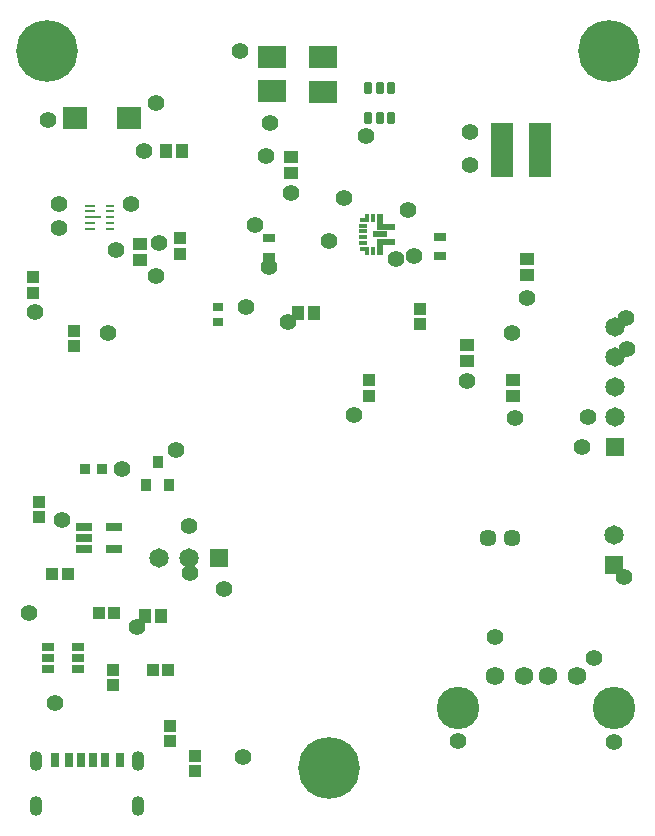
<source format=gbr>
G04*
G04 #@! TF.GenerationSoftware,Altium Limited,Altium Designer,25.2.1 (25)*
G04*
G04 Layer_Color=8388736*
%FSLAX25Y25*%
%MOIN*%
G70*
G04*
G04 #@! TF.SameCoordinates,CDFB58AD-87DA-4B59-9970-4E5CFD4F10CE*
G04*
G04*
G04 #@! TF.FilePolarity,Negative*
G04*
G01*
G75*
%ADD15R,0.02756X0.04724*%
%ADD16R,0.02992X0.04724*%
%ADD17R,0.03150X0.04724*%
%ADD24R,0.03681X0.03788*%
%ADD25R,0.03394X0.02894*%
G04:AMPARAMS|DCode=37|XSize=35.43mil|YSize=9.84mil|CornerRadius=1.97mil|HoleSize=0mil|Usage=FLASHONLY|Rotation=180.000|XOffset=0mil|YOffset=0mil|HoleType=Round|Shape=RoundedRectangle|*
%AMROUNDEDRECTD37*
21,1,0.03543,0.00591,0,0,180.0*
21,1,0.03150,0.00984,0,0,180.0*
1,1,0.00394,-0.01575,0.00295*
1,1,0.00394,0.01575,0.00295*
1,1,0.00394,0.01575,-0.00295*
1,1,0.00394,-0.01575,-0.00295*
%
%ADD37ROUNDEDRECTD37*%
G04:AMPARAMS|DCode=38|XSize=23.62mil|YSize=9.84mil|CornerRadius=1.97mil|HoleSize=0mil|Usage=FLASHONLY|Rotation=180.000|XOffset=0mil|YOffset=0mil|HoleType=Round|Shape=RoundedRectangle|*
%AMROUNDEDRECTD38*
21,1,0.02362,0.00591,0,0,180.0*
21,1,0.01968,0.00984,0,0,180.0*
1,1,0.00394,-0.00984,0.00295*
1,1,0.00394,0.00984,0.00295*
1,1,0.00394,0.00984,-0.00295*
1,1,0.00394,-0.00984,-0.00295*
%
%ADD38ROUNDEDRECTD38*%
G04:AMPARAMS|DCode=39|XSize=43.31mil|YSize=23.62mil|CornerRadius=2.01mil|HoleSize=0mil|Usage=FLASHONLY|Rotation=0.000|XOffset=0mil|YOffset=0mil|HoleType=Round|Shape=RoundedRectangle|*
%AMROUNDEDRECTD39*
21,1,0.04331,0.01961,0,0,0.0*
21,1,0.03929,0.02362,0,0,0.0*
1,1,0.00402,0.01965,-0.00980*
1,1,0.00402,-0.01965,-0.00980*
1,1,0.00402,-0.01965,0.00980*
1,1,0.00402,0.01965,0.00980*
%
%ADD39ROUNDEDRECTD39*%
%ADD41R,0.04331X0.03937*%
%ADD42R,0.08465X0.07677*%
G04:AMPARAMS|DCode=43|XSize=27.56mil|YSize=37.4mil|CornerRadius=4.9mil|HoleSize=0mil|Usage=FLASHONLY|Rotation=180.000|XOffset=0mil|YOffset=0mil|HoleType=Round|Shape=RoundedRectangle|*
%AMROUNDEDRECTD43*
21,1,0.02756,0.02760,0,0,180.0*
21,1,0.01776,0.03740,0,0,180.0*
1,1,0.00980,-0.00888,0.01380*
1,1,0.00980,0.00888,0.01380*
1,1,0.00980,0.00888,-0.01380*
1,1,0.00980,-0.00888,-0.01380*
%
%ADD43ROUNDEDRECTD43*%
%ADD44R,0.05315X0.02953*%
%ADD45R,0.07480X0.18307*%
%ADD46R,0.03937X0.04331*%
%ADD47R,0.04291X0.02717*%
%ADD48R,0.04528X0.04134*%
%ADD49R,0.04134X0.04528*%
%ADD50R,0.01575X0.02854*%
%ADD51R,0.01575X0.02756*%
%ADD52R,0.02165X0.05512*%
%ADD53R,0.04528X0.02165*%
%ADD54R,0.02756X0.01575*%
%ADD55R,0.02362X0.01476*%
%ADD56R,0.04724X0.02165*%
%ADD57R,0.09370X0.07677*%
G04:AMPARAMS|DCode=58|XSize=51.18mil|YSize=9.84mil|CornerRadius=1.97mil|HoleSize=0mil|Usage=FLASHONLY|Rotation=180.000|XOffset=0mil|YOffset=0mil|HoleType=Round|Shape=RoundedRectangle|*
%AMROUNDEDRECTD58*
21,1,0.05118,0.00591,0,0,180.0*
21,1,0.04724,0.00984,0,0,180.0*
1,1,0.00394,-0.02362,0.00295*
1,1,0.00394,0.02362,0.00295*
1,1,0.00394,0.02362,-0.00295*
1,1,0.00394,-0.02362,-0.00295*
%
%ADD58ROUNDEDRECTD58*%
%ADD59R,0.03740X0.04134*%
G04:AMPARAMS|DCode=60|XSize=43.31mil|YSize=66.93mil|CornerRadius=21.65mil|HoleSize=0mil|Usage=FLASHONLY|Rotation=0.000|XOffset=0mil|YOffset=0mil|HoleType=Round|Shape=RoundedRectangle|*
%AMROUNDEDRECTD60*
21,1,0.04331,0.02362,0,0,0.0*
21,1,0.00000,0.06693,0,0,0.0*
1,1,0.04331,0.00000,-0.01181*
1,1,0.04331,0.00000,-0.01181*
1,1,0.04331,0.00000,0.01181*
1,1,0.04331,0.00000,0.01181*
%
%ADD60ROUNDEDRECTD60*%
%ADD61R,0.06496X0.06496*%
%ADD62C,0.06496*%
%ADD63C,0.14173*%
%ADD64C,0.06224*%
%ADD65C,0.20591*%
%ADD66R,0.06496X0.06496*%
%ADD67C,0.05709*%
%ADD68C,0.05591*%
D15*
X512484Y128500D02*
D03*
X508547D02*
D03*
D16*
X516500D02*
D03*
X504531D02*
D03*
D17*
X521343D02*
D03*
X499689D02*
D03*
D24*
X509867Y225500D02*
D03*
X515500D02*
D03*
D25*
X554000Y279423D02*
D03*
Y274577D02*
D03*
D37*
X511547Y305504D02*
D03*
Y307472D02*
D03*
Y311409D02*
D03*
Y313378D02*
D03*
D38*
X518043D02*
D03*
Y311409D02*
D03*
Y309441D02*
D03*
Y307472D02*
D03*
Y305504D02*
D03*
D39*
X507618Y166240D02*
D03*
Y162500D02*
D03*
Y158760D02*
D03*
X497382D02*
D03*
Y162500D02*
D03*
Y166240D02*
D03*
D41*
X546500Y124941D02*
D03*
Y130059D02*
D03*
X538000Y134941D02*
D03*
Y140059D02*
D03*
X494500Y214559D02*
D03*
Y209441D02*
D03*
X621500Y273882D02*
D03*
Y279000D02*
D03*
X604500Y250000D02*
D03*
Y255118D02*
D03*
X506000Y266441D02*
D03*
Y271559D02*
D03*
X541500Y302500D02*
D03*
Y297382D02*
D03*
X492500Y284323D02*
D03*
Y289441D02*
D03*
X519000Y153500D02*
D03*
Y158618D02*
D03*
D42*
X524358Y342441D02*
D03*
X506642D02*
D03*
D43*
X604260Y342480D02*
D03*
X608000D02*
D03*
X611740D02*
D03*
Y352520D02*
D03*
X608000D02*
D03*
X604260D02*
D03*
D44*
X509579Y206240D02*
D03*
Y202500D02*
D03*
Y198760D02*
D03*
X519421D02*
D03*
Y206240D02*
D03*
D45*
X648705Y332000D02*
D03*
X661500D02*
D03*
D46*
X504000Y190500D02*
D03*
X498882D02*
D03*
X519559Y177500D02*
D03*
X514441D02*
D03*
X532441Y158500D02*
D03*
X537559D02*
D03*
D47*
X628000Y296500D02*
D03*
Y302799D02*
D03*
X571000Y296201D02*
D03*
Y302500D02*
D03*
D48*
X652500Y250000D02*
D03*
Y255315D02*
D03*
X578500Y324342D02*
D03*
Y329658D02*
D03*
X657000Y290185D02*
D03*
Y295500D02*
D03*
X637000Y261685D02*
D03*
Y267000D02*
D03*
X528000Y300441D02*
D03*
Y295126D02*
D03*
D49*
X580685Y277500D02*
D03*
X586000D02*
D03*
X536685Y331441D02*
D03*
X542000D02*
D03*
X535000Y176500D02*
D03*
X529685D02*
D03*
D50*
X603768Y298205D02*
D03*
Y309331D02*
D03*
D51*
X605736Y298158D02*
D03*
Y309378D02*
D03*
D52*
X608000Y299535D02*
D03*
Y308000D02*
D03*
D53*
X608197Y303768D02*
D03*
D54*
X602587Y306720D02*
D03*
Y304752D02*
D03*
Y302783D02*
D03*
Y300815D02*
D03*
D55*
X602390Y298898D02*
D03*
Y308638D02*
D03*
D56*
X610854Y301209D02*
D03*
Y306327D02*
D03*
D57*
X572000Y351504D02*
D03*
Y363000D02*
D03*
X589000Y351252D02*
D03*
Y362748D02*
D03*
D58*
X512335Y309441D02*
D03*
D59*
X530260Y220126D02*
D03*
X537740D02*
D03*
X534000Y228000D02*
D03*
D60*
X527524Y113224D02*
D03*
X493508D02*
D03*
X527524Y128185D02*
D03*
X493508D02*
D03*
D61*
X686500Y233000D02*
D03*
X686000Y193500D02*
D03*
D62*
X686500Y243000D02*
D03*
Y253000D02*
D03*
Y263000D02*
D03*
Y273000D02*
D03*
X544500Y196000D02*
D03*
X534500D02*
D03*
X686000Y203500D02*
D03*
D63*
Y146000D02*
D03*
X634268D02*
D03*
D64*
X673913Y156669D02*
D03*
X664071D02*
D03*
X656197D02*
D03*
X646354D02*
D03*
D65*
X684500Y365000D02*
D03*
X497000D02*
D03*
X591000Y126000D02*
D03*
D66*
X554500Y196000D02*
D03*
D67*
X652000Y202500D02*
D03*
X644126D02*
D03*
D68*
X562500Y129500D02*
D03*
X690500Y265500D02*
D03*
X634000Y135000D02*
D03*
X686000Y134500D02*
D03*
X596000Y315750D02*
D03*
X591000Y301500D02*
D03*
X571000Y293000D02*
D03*
X619500Y296500D02*
D03*
X675500Y233000D02*
D03*
X637000Y255000D02*
D03*
X646500Y169500D02*
D03*
X517500Y271000D02*
D03*
X677500Y243000D02*
D03*
X561500Y365000D02*
D03*
X563500Y279500D02*
D03*
X617500Y312000D02*
D03*
X652000Y271000D02*
D03*
X520000Y298500D02*
D03*
X638000Y327000D02*
D03*
Y338000D02*
D03*
X566500Y307000D02*
D03*
X533500Y290000D02*
D03*
X570000Y330000D02*
D03*
X540000Y232000D02*
D03*
X525000Y314000D02*
D03*
X533500Y347500D02*
D03*
X497500Y342000D02*
D03*
X501000Y306000D02*
D03*
Y314000D02*
D03*
X502000Y208500D02*
D03*
X534500Y301000D02*
D03*
X603500Y336500D02*
D03*
X577500Y274500D02*
D03*
X544795Y190914D02*
D03*
X679500Y162500D02*
D03*
X689500Y189500D02*
D03*
X690000Y276000D02*
D03*
X599500Y243500D02*
D03*
X653000Y242500D02*
D03*
X657000Y282500D02*
D03*
X613500Y295500D02*
D03*
X571500Y341000D02*
D03*
X578500Y317500D02*
D03*
X529500Y331500D02*
D03*
X493000Y278000D02*
D03*
X522000Y225500D02*
D03*
X527000Y173000D02*
D03*
X499951Y147451D02*
D03*
X544500Y206500D02*
D03*
X556000Y185500D02*
D03*
X491000Y177500D02*
D03*
M02*

</source>
